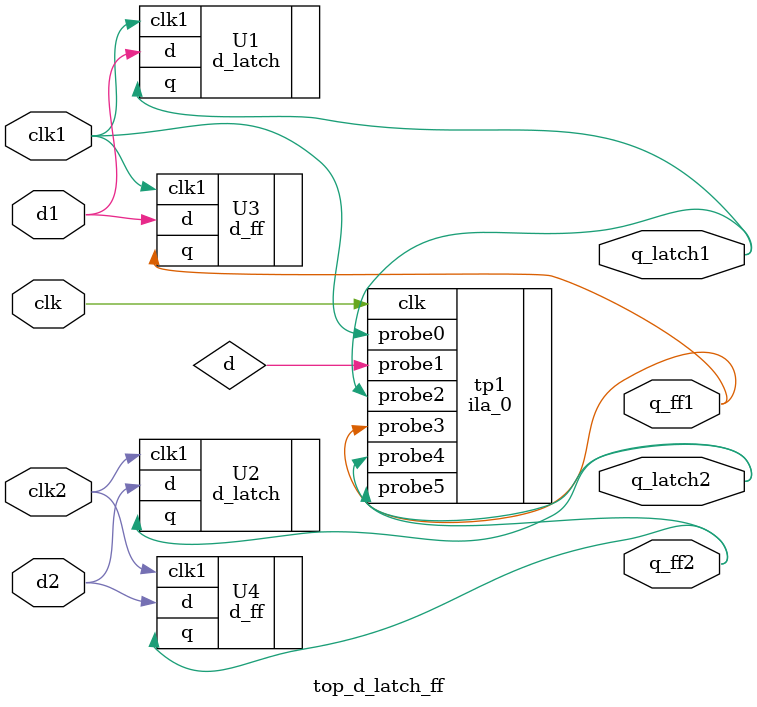
<source format=v>
module top_d_latch_ff(
    input       clk,
    input       clk1, clk2,
    input       d1, d2,
    output      q_latch1, q_latch2,
    output      q_ff1, q_ff2
    );
    ila_0 tp1 (
        .clk(clk), // input wire clk
        .probe0(clk1), // input wire [0:0]  probe0  
        .probe1(d), // input wire [0:0]  probe1 
        .probe2(q_latch1), // input wire [0:0]  probe2 
        .probe3(q_ff1), // input wire [0:0]  probe3
        .probe4(q_latch2), // input wire [0:0]  probe4
        .probe5(q_ff2) // input wire [0:0]  probe5
    );
    
    d_latch U1(
        .clk1(clk1),
        .d(d1),
        .q(q_latch1)
    );
    
    d_latch U2(
        .clk1(clk2),
        .d(d2),
        .q(q_latch2)
    );

    d_ff U3(
        .clk1(clk1),
        .d(d1),
        .q(q_ff1)
    );
    
    d_ff U4(
        .clk1(clk2),
        .d(d2),
        .q(q_ff2)
    );
endmodule
</source>
